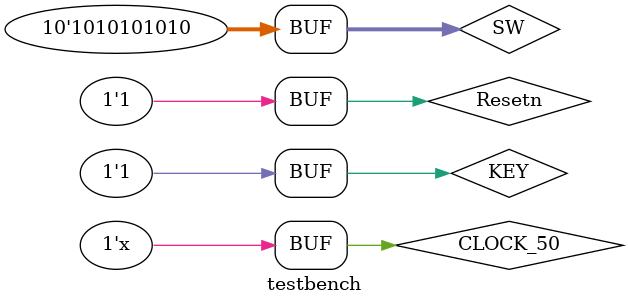
<source format=v>
`timescale 1ns / 1ps

module testbench ( );

	parameter CLOCK_PERIOD = 20;

	reg [9:0] SW;
	wire [0:0] KEY;
	wire [9:0] LEDR;

	reg CLOCK_50;
	initial begin
		CLOCK_50 <= 1'b0;
	end // initial
	always @ (*)
	begin : Clock_Generator
		#((CLOCK_PERIOD) / 2) CLOCK_50 <= ~CLOCK_50;
	end
	
	reg Resetn;
	initial begin
		Resetn <= 1'b0;
		#20 Resetn <= 1'b1;
	end // initial

	initial begin
		SW <= 10'h0;
		#20 SW	<= 10'b1000000000;
		#560 SW	<= 10'b1101010101;
		#500 SW	<= 10'b1010101010;
	end // initial

	assign KEY[0] = Resetn;
	part3 U1 (KEY, SW, CLOCK_50, LEDR);

endmodule

</source>
